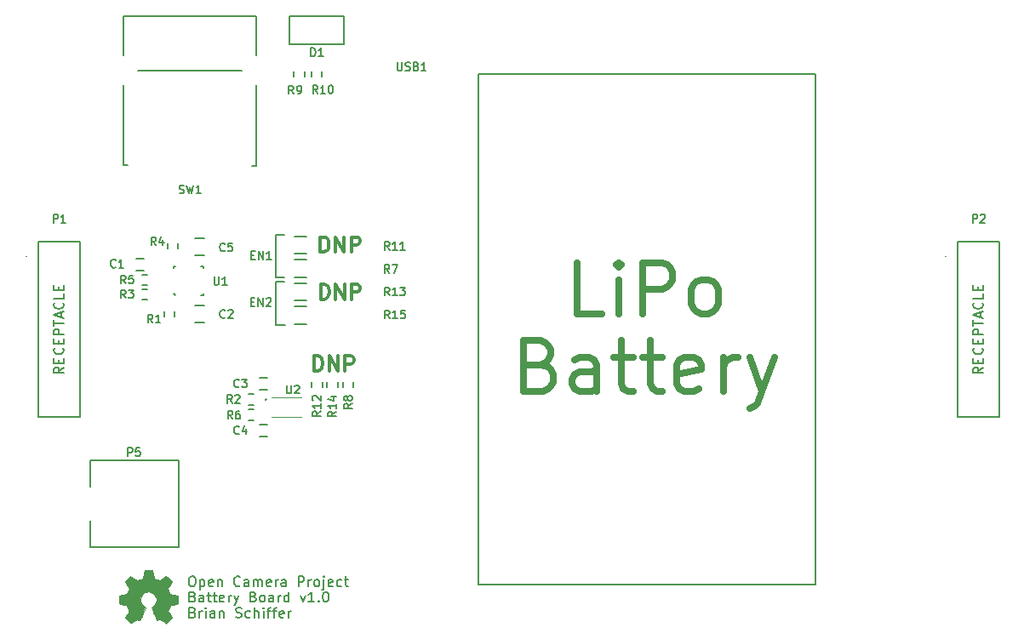
<source format=gto>
G04 #@! TF.FileFunction,Legend,Top*
%FSLAX46Y46*%
G04 Gerber Fmt 4.6, Leading zero omitted, Abs format (unit mm)*
G04 Created by KiCad (PCBNEW (2015-04-19 BZR 5613)-product) date 7/15/2015 9:57:49 PM*
%MOMM*%
G01*
G04 APERTURE LIST*
%ADD10C,0.100000*%
%ADD11C,0.300000*%
%ADD12C,0.203200*%
%ADD13C,0.127000*%
%ADD14C,0.635000*%
%ADD15C,0.152400*%
%ADD16C,0.150000*%
%ADD17C,0.200000*%
G04 APERTURE END LIST*
D10*
D11*
X119343729Y-112082971D02*
X119343729Y-110582971D01*
X119700872Y-110582971D01*
X119915157Y-110654400D01*
X120058015Y-110797257D01*
X120129443Y-110940114D01*
X120200872Y-111225829D01*
X120200872Y-111440114D01*
X120129443Y-111725829D01*
X120058015Y-111868686D01*
X119915157Y-112011543D01*
X119700872Y-112082971D01*
X119343729Y-112082971D01*
X120843729Y-112082971D02*
X120843729Y-110582971D01*
X121700872Y-112082971D01*
X121700872Y-110582971D01*
X122415158Y-112082971D02*
X122415158Y-110582971D01*
X122986586Y-110582971D01*
X123129444Y-110654400D01*
X123200872Y-110725829D01*
X123272301Y-110868686D01*
X123272301Y-111082971D01*
X123200872Y-111225829D01*
X123129444Y-111297257D01*
X122986586Y-111368686D01*
X122415158Y-111368686D01*
D12*
X115519200Y-107530900D02*
X116408200Y-107530900D01*
X115519200Y-103212900D02*
X115519200Y-107530900D01*
X116395500Y-103212900D02*
X115519200Y-103212900D01*
X115519200Y-102806500D02*
X116332000Y-102806500D01*
X115519200Y-98539300D02*
X115519200Y-102806500D01*
X116382800Y-98539300D02*
X115519200Y-98539300D01*
D13*
X113033629Y-105199543D02*
X113304562Y-105199543D01*
X113420676Y-105625295D02*
X113033629Y-105625295D01*
X113033629Y-104812495D01*
X113420676Y-104812495D01*
X113769019Y-105625295D02*
X113769019Y-104812495D01*
X114233476Y-105625295D01*
X114233476Y-104812495D01*
X114581819Y-104889905D02*
X114620524Y-104851200D01*
X114697933Y-104812495D01*
X114891457Y-104812495D01*
X114968867Y-104851200D01*
X115007571Y-104889905D01*
X115046276Y-104967314D01*
X115046276Y-105044724D01*
X115007571Y-105160838D01*
X114543114Y-105625295D01*
X115046276Y-105625295D01*
X113071729Y-100551343D02*
X113342662Y-100551343D01*
X113458776Y-100977095D02*
X113071729Y-100977095D01*
X113071729Y-100164295D01*
X113458776Y-100164295D01*
X113807119Y-100977095D02*
X113807119Y-100164295D01*
X114271576Y-100977095D01*
X114271576Y-100164295D01*
X115084376Y-100977095D02*
X114619919Y-100977095D01*
X114852148Y-100977095D02*
X114852148Y-100164295D01*
X114774738Y-100280410D01*
X114697329Y-100357819D01*
X114619919Y-100396524D01*
D11*
X119978729Y-104945571D02*
X119978729Y-103445571D01*
X120335872Y-103445571D01*
X120550157Y-103517000D01*
X120693015Y-103659857D01*
X120764443Y-103802714D01*
X120835872Y-104088429D01*
X120835872Y-104302714D01*
X120764443Y-104588429D01*
X120693015Y-104731286D01*
X120550157Y-104874143D01*
X120335872Y-104945571D01*
X119978729Y-104945571D01*
X121478729Y-104945571D02*
X121478729Y-103445571D01*
X122335872Y-104945571D01*
X122335872Y-103445571D01*
X123050158Y-104945571D02*
X123050158Y-103445571D01*
X123621586Y-103445571D01*
X123764444Y-103517000D01*
X123835872Y-103588429D01*
X123907301Y-103731286D01*
X123907301Y-103945571D01*
X123835872Y-104088429D01*
X123764444Y-104159857D01*
X123621586Y-104231286D01*
X123050158Y-104231286D01*
X119940629Y-100259271D02*
X119940629Y-98759271D01*
X120297772Y-98759271D01*
X120512057Y-98830700D01*
X120654915Y-98973557D01*
X120726343Y-99116414D01*
X120797772Y-99402129D01*
X120797772Y-99616414D01*
X120726343Y-99902129D01*
X120654915Y-100044986D01*
X120512057Y-100187843D01*
X120297772Y-100259271D01*
X119940629Y-100259271D01*
X121440629Y-100259271D02*
X121440629Y-98759271D01*
X122297772Y-100259271D01*
X122297772Y-98759271D01*
X123012058Y-100259271D02*
X123012058Y-98759271D01*
X123583486Y-98759271D01*
X123726344Y-98830700D01*
X123797772Y-98902129D01*
X123869201Y-99044986D01*
X123869201Y-99259271D01*
X123797772Y-99402129D01*
X123726344Y-99473557D01*
X123583486Y-99544986D01*
X123012058Y-99544986D01*
D14*
X147924762Y-106374595D02*
X145505715Y-106374595D01*
X145505715Y-101294595D01*
X149618096Y-106374595D02*
X149618096Y-102987929D01*
X149618096Y-101294595D02*
X149376191Y-101536500D01*
X149618096Y-101778405D01*
X149860001Y-101536500D01*
X149618096Y-101294595D01*
X149618096Y-101778405D01*
X152037144Y-106374595D02*
X152037144Y-101294595D01*
X153972382Y-101294595D01*
X154456191Y-101536500D01*
X154698096Y-101778405D01*
X154940001Y-102262214D01*
X154940001Y-102987929D01*
X154698096Y-103471738D01*
X154456191Y-103713643D01*
X153972382Y-103955548D01*
X152037144Y-103955548D01*
X157842858Y-106374595D02*
X157359049Y-106132690D01*
X157117144Y-105890786D01*
X156875239Y-105406976D01*
X156875239Y-103955548D01*
X157117144Y-103471738D01*
X157359049Y-103229833D01*
X157842858Y-102987929D01*
X158568572Y-102987929D01*
X159052382Y-103229833D01*
X159294287Y-103471738D01*
X159536191Y-103955548D01*
X159536191Y-105406976D01*
X159294287Y-105890786D01*
X159052382Y-106132690D01*
X158568572Y-106374595D01*
X157842858Y-106374595D01*
X141877143Y-111460643D02*
X142602857Y-111702548D01*
X142844762Y-111944452D01*
X143086667Y-112428262D01*
X143086667Y-113153976D01*
X142844762Y-113637786D01*
X142602857Y-113879690D01*
X142119048Y-114121595D01*
X140183810Y-114121595D01*
X140183810Y-109041595D01*
X141877143Y-109041595D01*
X142360953Y-109283500D01*
X142602857Y-109525405D01*
X142844762Y-110009214D01*
X142844762Y-110493024D01*
X142602857Y-110976833D01*
X142360953Y-111218738D01*
X141877143Y-111460643D01*
X140183810Y-111460643D01*
X147440953Y-114121595D02*
X147440953Y-111460643D01*
X147199048Y-110976833D01*
X146715238Y-110734929D01*
X145747619Y-110734929D01*
X145263810Y-110976833D01*
X147440953Y-113879690D02*
X146957143Y-114121595D01*
X145747619Y-114121595D01*
X145263810Y-113879690D01*
X145021905Y-113395881D01*
X145021905Y-112912071D01*
X145263810Y-112428262D01*
X145747619Y-112186357D01*
X146957143Y-112186357D01*
X147440953Y-111944452D01*
X149134286Y-110734929D02*
X151069524Y-110734929D01*
X149860000Y-109041595D02*
X149860000Y-113395881D01*
X150101905Y-113879690D01*
X150585714Y-114121595D01*
X151069524Y-114121595D01*
X152037143Y-110734929D02*
X153972381Y-110734929D01*
X152762857Y-109041595D02*
X152762857Y-113395881D01*
X153004762Y-113879690D01*
X153488571Y-114121595D01*
X153972381Y-114121595D01*
X157600952Y-113879690D02*
X157117142Y-114121595D01*
X156149523Y-114121595D01*
X155665714Y-113879690D01*
X155423809Y-113395881D01*
X155423809Y-111460643D01*
X155665714Y-110976833D01*
X156149523Y-110734929D01*
X157117142Y-110734929D01*
X157600952Y-110976833D01*
X157842857Y-111460643D01*
X157842857Y-111944452D01*
X155423809Y-112428262D01*
X160020000Y-114121595D02*
X160020000Y-110734929D01*
X160020000Y-111702548D02*
X160261905Y-111218738D01*
X160503809Y-110976833D01*
X160987619Y-110734929D01*
X161471428Y-110734929D01*
X162680952Y-110734929D02*
X163890476Y-114121595D01*
X165100000Y-110734929D02*
X163890476Y-114121595D01*
X163406667Y-115331119D01*
X163164762Y-115573024D01*
X162680952Y-115814929D01*
D12*
X135636000Y-82550000D02*
X135636000Y-133350000D01*
X169164000Y-133350000D02*
X135636000Y-133350000D01*
X169164000Y-82550000D02*
X169164000Y-133350000D01*
X135636000Y-82550000D02*
X169164000Y-82550000D01*
D15*
X107108571Y-132519981D02*
X107299048Y-132519981D01*
X107394286Y-132567600D01*
X107489524Y-132662838D01*
X107537143Y-132853314D01*
X107537143Y-133186648D01*
X107489524Y-133377124D01*
X107394286Y-133472362D01*
X107299048Y-133519981D01*
X107108571Y-133519981D01*
X107013333Y-133472362D01*
X106918095Y-133377124D01*
X106870476Y-133186648D01*
X106870476Y-132853314D01*
X106918095Y-132662838D01*
X107013333Y-132567600D01*
X107108571Y-132519981D01*
X107965714Y-132853314D02*
X107965714Y-133853314D01*
X107965714Y-132900933D02*
X108060952Y-132853314D01*
X108251429Y-132853314D01*
X108346667Y-132900933D01*
X108394286Y-132948552D01*
X108441905Y-133043790D01*
X108441905Y-133329505D01*
X108394286Y-133424743D01*
X108346667Y-133472362D01*
X108251429Y-133519981D01*
X108060952Y-133519981D01*
X107965714Y-133472362D01*
X109251429Y-133472362D02*
X109156191Y-133519981D01*
X108965714Y-133519981D01*
X108870476Y-133472362D01*
X108822857Y-133377124D01*
X108822857Y-132996171D01*
X108870476Y-132900933D01*
X108965714Y-132853314D01*
X109156191Y-132853314D01*
X109251429Y-132900933D01*
X109299048Y-132996171D01*
X109299048Y-133091410D01*
X108822857Y-133186648D01*
X109727619Y-132853314D02*
X109727619Y-133519981D01*
X109727619Y-132948552D02*
X109775238Y-132900933D01*
X109870476Y-132853314D01*
X110013334Y-132853314D01*
X110108572Y-132900933D01*
X110156191Y-132996171D01*
X110156191Y-133519981D01*
X111965715Y-133424743D02*
X111918096Y-133472362D01*
X111775239Y-133519981D01*
X111680001Y-133519981D01*
X111537143Y-133472362D01*
X111441905Y-133377124D01*
X111394286Y-133281886D01*
X111346667Y-133091410D01*
X111346667Y-132948552D01*
X111394286Y-132758076D01*
X111441905Y-132662838D01*
X111537143Y-132567600D01*
X111680001Y-132519981D01*
X111775239Y-132519981D01*
X111918096Y-132567600D01*
X111965715Y-132615219D01*
X112822858Y-133519981D02*
X112822858Y-132996171D01*
X112775239Y-132900933D01*
X112680001Y-132853314D01*
X112489524Y-132853314D01*
X112394286Y-132900933D01*
X112822858Y-133472362D02*
X112727620Y-133519981D01*
X112489524Y-133519981D01*
X112394286Y-133472362D01*
X112346667Y-133377124D01*
X112346667Y-133281886D01*
X112394286Y-133186648D01*
X112489524Y-133139029D01*
X112727620Y-133139029D01*
X112822858Y-133091410D01*
X113299048Y-133519981D02*
X113299048Y-132853314D01*
X113299048Y-132948552D02*
X113346667Y-132900933D01*
X113441905Y-132853314D01*
X113584763Y-132853314D01*
X113680001Y-132900933D01*
X113727620Y-132996171D01*
X113727620Y-133519981D01*
X113727620Y-132996171D02*
X113775239Y-132900933D01*
X113870477Y-132853314D01*
X114013334Y-132853314D01*
X114108572Y-132900933D01*
X114156191Y-132996171D01*
X114156191Y-133519981D01*
X115013334Y-133472362D02*
X114918096Y-133519981D01*
X114727619Y-133519981D01*
X114632381Y-133472362D01*
X114584762Y-133377124D01*
X114584762Y-132996171D01*
X114632381Y-132900933D01*
X114727619Y-132853314D01*
X114918096Y-132853314D01*
X115013334Y-132900933D01*
X115060953Y-132996171D01*
X115060953Y-133091410D01*
X114584762Y-133186648D01*
X115489524Y-133519981D02*
X115489524Y-132853314D01*
X115489524Y-133043790D02*
X115537143Y-132948552D01*
X115584762Y-132900933D01*
X115680000Y-132853314D01*
X115775239Y-132853314D01*
X116537144Y-133519981D02*
X116537144Y-132996171D01*
X116489525Y-132900933D01*
X116394287Y-132853314D01*
X116203810Y-132853314D01*
X116108572Y-132900933D01*
X116537144Y-133472362D02*
X116441906Y-133519981D01*
X116203810Y-133519981D01*
X116108572Y-133472362D01*
X116060953Y-133377124D01*
X116060953Y-133281886D01*
X116108572Y-133186648D01*
X116203810Y-133139029D01*
X116441906Y-133139029D01*
X116537144Y-133091410D01*
X117775239Y-133519981D02*
X117775239Y-132519981D01*
X118156192Y-132519981D01*
X118251430Y-132567600D01*
X118299049Y-132615219D01*
X118346668Y-132710457D01*
X118346668Y-132853314D01*
X118299049Y-132948552D01*
X118251430Y-132996171D01*
X118156192Y-133043790D01*
X117775239Y-133043790D01*
X118775239Y-133519981D02*
X118775239Y-132853314D01*
X118775239Y-133043790D02*
X118822858Y-132948552D01*
X118870477Y-132900933D01*
X118965715Y-132853314D01*
X119060954Y-132853314D01*
X119537144Y-133519981D02*
X119441906Y-133472362D01*
X119394287Y-133424743D01*
X119346668Y-133329505D01*
X119346668Y-133043790D01*
X119394287Y-132948552D01*
X119441906Y-132900933D01*
X119537144Y-132853314D01*
X119680002Y-132853314D01*
X119775240Y-132900933D01*
X119822859Y-132948552D01*
X119870478Y-133043790D01*
X119870478Y-133329505D01*
X119822859Y-133424743D01*
X119775240Y-133472362D01*
X119680002Y-133519981D01*
X119537144Y-133519981D01*
X120299049Y-132853314D02*
X120299049Y-133710457D01*
X120251430Y-133805695D01*
X120156192Y-133853314D01*
X120108573Y-133853314D01*
X120299049Y-132519981D02*
X120251430Y-132567600D01*
X120299049Y-132615219D01*
X120346668Y-132567600D01*
X120299049Y-132519981D01*
X120299049Y-132615219D01*
X121156192Y-133472362D02*
X121060954Y-133519981D01*
X120870477Y-133519981D01*
X120775239Y-133472362D01*
X120727620Y-133377124D01*
X120727620Y-132996171D01*
X120775239Y-132900933D01*
X120870477Y-132853314D01*
X121060954Y-132853314D01*
X121156192Y-132900933D01*
X121203811Y-132996171D01*
X121203811Y-133091410D01*
X120727620Y-133186648D01*
X122060954Y-133472362D02*
X121965716Y-133519981D01*
X121775239Y-133519981D01*
X121680001Y-133472362D01*
X121632382Y-133424743D01*
X121584763Y-133329505D01*
X121584763Y-133043790D01*
X121632382Y-132948552D01*
X121680001Y-132900933D01*
X121775239Y-132853314D01*
X121965716Y-132853314D01*
X122060954Y-132900933D01*
X122346668Y-132853314D02*
X122727620Y-132853314D01*
X122489525Y-132519981D02*
X122489525Y-133377124D01*
X122537144Y-133472362D01*
X122632382Y-133519981D01*
X122727620Y-133519981D01*
X107251429Y-134548571D02*
X107394286Y-134596190D01*
X107441905Y-134643810D01*
X107489524Y-134739048D01*
X107489524Y-134881905D01*
X107441905Y-134977143D01*
X107394286Y-135024762D01*
X107299048Y-135072381D01*
X106918095Y-135072381D01*
X106918095Y-134072381D01*
X107251429Y-134072381D01*
X107346667Y-134120000D01*
X107394286Y-134167619D01*
X107441905Y-134262857D01*
X107441905Y-134358095D01*
X107394286Y-134453333D01*
X107346667Y-134500952D01*
X107251429Y-134548571D01*
X106918095Y-134548571D01*
X108346667Y-135072381D02*
X108346667Y-134548571D01*
X108299048Y-134453333D01*
X108203810Y-134405714D01*
X108013333Y-134405714D01*
X107918095Y-134453333D01*
X108346667Y-135024762D02*
X108251429Y-135072381D01*
X108013333Y-135072381D01*
X107918095Y-135024762D01*
X107870476Y-134929524D01*
X107870476Y-134834286D01*
X107918095Y-134739048D01*
X108013333Y-134691429D01*
X108251429Y-134691429D01*
X108346667Y-134643810D01*
X108680000Y-134405714D02*
X109060952Y-134405714D01*
X108822857Y-134072381D02*
X108822857Y-134929524D01*
X108870476Y-135024762D01*
X108965714Y-135072381D01*
X109060952Y-135072381D01*
X109251429Y-134405714D02*
X109632381Y-134405714D01*
X109394286Y-134072381D02*
X109394286Y-134929524D01*
X109441905Y-135024762D01*
X109537143Y-135072381D01*
X109632381Y-135072381D01*
X110346668Y-135024762D02*
X110251430Y-135072381D01*
X110060953Y-135072381D01*
X109965715Y-135024762D01*
X109918096Y-134929524D01*
X109918096Y-134548571D01*
X109965715Y-134453333D01*
X110060953Y-134405714D01*
X110251430Y-134405714D01*
X110346668Y-134453333D01*
X110394287Y-134548571D01*
X110394287Y-134643810D01*
X109918096Y-134739048D01*
X110822858Y-135072381D02*
X110822858Y-134405714D01*
X110822858Y-134596190D02*
X110870477Y-134500952D01*
X110918096Y-134453333D01*
X111013334Y-134405714D01*
X111108573Y-134405714D01*
X111346668Y-134405714D02*
X111584763Y-135072381D01*
X111822859Y-134405714D02*
X111584763Y-135072381D01*
X111489525Y-135310476D01*
X111441906Y-135358095D01*
X111346668Y-135405714D01*
X113299050Y-134548571D02*
X113441907Y-134596190D01*
X113489526Y-134643810D01*
X113537145Y-134739048D01*
X113537145Y-134881905D01*
X113489526Y-134977143D01*
X113441907Y-135024762D01*
X113346669Y-135072381D01*
X112965716Y-135072381D01*
X112965716Y-134072381D01*
X113299050Y-134072381D01*
X113394288Y-134120000D01*
X113441907Y-134167619D01*
X113489526Y-134262857D01*
X113489526Y-134358095D01*
X113441907Y-134453333D01*
X113394288Y-134500952D01*
X113299050Y-134548571D01*
X112965716Y-134548571D01*
X114108573Y-135072381D02*
X114013335Y-135024762D01*
X113965716Y-134977143D01*
X113918097Y-134881905D01*
X113918097Y-134596190D01*
X113965716Y-134500952D01*
X114013335Y-134453333D01*
X114108573Y-134405714D01*
X114251431Y-134405714D01*
X114346669Y-134453333D01*
X114394288Y-134500952D01*
X114441907Y-134596190D01*
X114441907Y-134881905D01*
X114394288Y-134977143D01*
X114346669Y-135024762D01*
X114251431Y-135072381D01*
X114108573Y-135072381D01*
X115299050Y-135072381D02*
X115299050Y-134548571D01*
X115251431Y-134453333D01*
X115156193Y-134405714D01*
X114965716Y-134405714D01*
X114870478Y-134453333D01*
X115299050Y-135024762D02*
X115203812Y-135072381D01*
X114965716Y-135072381D01*
X114870478Y-135024762D01*
X114822859Y-134929524D01*
X114822859Y-134834286D01*
X114870478Y-134739048D01*
X114965716Y-134691429D01*
X115203812Y-134691429D01*
X115299050Y-134643810D01*
X115775240Y-135072381D02*
X115775240Y-134405714D01*
X115775240Y-134596190D02*
X115822859Y-134500952D01*
X115870478Y-134453333D01*
X115965716Y-134405714D01*
X116060955Y-134405714D01*
X116822860Y-135072381D02*
X116822860Y-134072381D01*
X116822860Y-135024762D02*
X116727622Y-135072381D01*
X116537145Y-135072381D01*
X116441907Y-135024762D01*
X116394288Y-134977143D01*
X116346669Y-134881905D01*
X116346669Y-134596190D01*
X116394288Y-134500952D01*
X116441907Y-134453333D01*
X116537145Y-134405714D01*
X116727622Y-134405714D01*
X116822860Y-134453333D01*
X117965717Y-134405714D02*
X118203812Y-135072381D01*
X118441908Y-134405714D01*
X119346670Y-135072381D02*
X118775241Y-135072381D01*
X119060955Y-135072381D02*
X119060955Y-134072381D01*
X118965717Y-134215238D01*
X118870479Y-134310476D01*
X118775241Y-134358095D01*
X119775241Y-134977143D02*
X119822860Y-135024762D01*
X119775241Y-135072381D01*
X119727622Y-135024762D01*
X119775241Y-134977143D01*
X119775241Y-135072381D01*
X120441907Y-134072381D02*
X120537146Y-134072381D01*
X120632384Y-134120000D01*
X120680003Y-134167619D01*
X120727622Y-134262857D01*
X120775241Y-134453333D01*
X120775241Y-134691429D01*
X120727622Y-134881905D01*
X120680003Y-134977143D01*
X120632384Y-135024762D01*
X120537146Y-135072381D01*
X120441907Y-135072381D01*
X120346669Y-135024762D01*
X120299050Y-134977143D01*
X120251431Y-134881905D01*
X120203812Y-134691429D01*
X120203812Y-134453333D01*
X120251431Y-134262857D01*
X120299050Y-134167619D01*
X120346669Y-134120000D01*
X120441907Y-134072381D01*
X107251429Y-136100971D02*
X107394286Y-136148590D01*
X107441905Y-136196210D01*
X107489524Y-136291448D01*
X107489524Y-136434305D01*
X107441905Y-136529543D01*
X107394286Y-136577162D01*
X107299048Y-136624781D01*
X106918095Y-136624781D01*
X106918095Y-135624781D01*
X107251429Y-135624781D01*
X107346667Y-135672400D01*
X107394286Y-135720019D01*
X107441905Y-135815257D01*
X107441905Y-135910495D01*
X107394286Y-136005733D01*
X107346667Y-136053352D01*
X107251429Y-136100971D01*
X106918095Y-136100971D01*
X107918095Y-136624781D02*
X107918095Y-135958114D01*
X107918095Y-136148590D02*
X107965714Y-136053352D01*
X108013333Y-136005733D01*
X108108571Y-135958114D01*
X108203810Y-135958114D01*
X108537143Y-136624781D02*
X108537143Y-135958114D01*
X108537143Y-135624781D02*
X108489524Y-135672400D01*
X108537143Y-135720019D01*
X108584762Y-135672400D01*
X108537143Y-135624781D01*
X108537143Y-135720019D01*
X109441905Y-136624781D02*
X109441905Y-136100971D01*
X109394286Y-136005733D01*
X109299048Y-135958114D01*
X109108571Y-135958114D01*
X109013333Y-136005733D01*
X109441905Y-136577162D02*
X109346667Y-136624781D01*
X109108571Y-136624781D01*
X109013333Y-136577162D01*
X108965714Y-136481924D01*
X108965714Y-136386686D01*
X109013333Y-136291448D01*
X109108571Y-136243829D01*
X109346667Y-136243829D01*
X109441905Y-136196210D01*
X109918095Y-135958114D02*
X109918095Y-136624781D01*
X109918095Y-136053352D02*
X109965714Y-136005733D01*
X110060952Y-135958114D01*
X110203810Y-135958114D01*
X110299048Y-136005733D01*
X110346667Y-136100971D01*
X110346667Y-136624781D01*
X111537143Y-136577162D02*
X111680000Y-136624781D01*
X111918096Y-136624781D01*
X112013334Y-136577162D01*
X112060953Y-136529543D01*
X112108572Y-136434305D01*
X112108572Y-136339067D01*
X112060953Y-136243829D01*
X112013334Y-136196210D01*
X111918096Y-136148590D01*
X111727619Y-136100971D01*
X111632381Y-136053352D01*
X111584762Y-136005733D01*
X111537143Y-135910495D01*
X111537143Y-135815257D01*
X111584762Y-135720019D01*
X111632381Y-135672400D01*
X111727619Y-135624781D01*
X111965715Y-135624781D01*
X112108572Y-135672400D01*
X112965715Y-136577162D02*
X112870477Y-136624781D01*
X112680000Y-136624781D01*
X112584762Y-136577162D01*
X112537143Y-136529543D01*
X112489524Y-136434305D01*
X112489524Y-136148590D01*
X112537143Y-136053352D01*
X112584762Y-136005733D01*
X112680000Y-135958114D01*
X112870477Y-135958114D01*
X112965715Y-136005733D01*
X113394286Y-136624781D02*
X113394286Y-135624781D01*
X113822858Y-136624781D02*
X113822858Y-136100971D01*
X113775239Y-136005733D01*
X113680001Y-135958114D01*
X113537143Y-135958114D01*
X113441905Y-136005733D01*
X113394286Y-136053352D01*
X114299048Y-136624781D02*
X114299048Y-135958114D01*
X114299048Y-135624781D02*
X114251429Y-135672400D01*
X114299048Y-135720019D01*
X114346667Y-135672400D01*
X114299048Y-135624781D01*
X114299048Y-135720019D01*
X114632381Y-135958114D02*
X115013333Y-135958114D01*
X114775238Y-136624781D02*
X114775238Y-135767638D01*
X114822857Y-135672400D01*
X114918095Y-135624781D01*
X115013333Y-135624781D01*
X115203810Y-135958114D02*
X115584762Y-135958114D01*
X115346667Y-136624781D02*
X115346667Y-135767638D01*
X115394286Y-135672400D01*
X115489524Y-135624781D01*
X115584762Y-135624781D01*
X116299049Y-136577162D02*
X116203811Y-136624781D01*
X116013334Y-136624781D01*
X115918096Y-136577162D01*
X115870477Y-136481924D01*
X115870477Y-136100971D01*
X115918096Y-136005733D01*
X116013334Y-135958114D01*
X116203811Y-135958114D01*
X116299049Y-136005733D01*
X116346668Y-136100971D01*
X116346668Y-136196210D01*
X115870477Y-136291448D01*
X116775239Y-136624781D02*
X116775239Y-135958114D01*
X116775239Y-136148590D02*
X116822858Y-136053352D01*
X116870477Y-136005733D01*
X116965715Y-135958114D01*
X117060954Y-135958114D01*
D10*
G36*
X105789555Y-135096100D02*
X105780354Y-135174634D01*
X105754819Y-135227121D01*
X105706363Y-135261309D01*
X105628402Y-135284949D01*
X105514349Y-135305790D01*
X105359200Y-135331312D01*
X105237677Y-135353158D01*
X105134825Y-135373670D01*
X105060770Y-135390684D01*
X105025638Y-135402036D01*
X105024588Y-135402841D01*
X105007074Y-135434497D01*
X104977083Y-135501836D01*
X104939361Y-135592748D01*
X104898654Y-135695124D01*
X104859706Y-135796854D01*
X104827262Y-135885830D01*
X104806069Y-135949943D01*
X104800400Y-135974952D01*
X104814187Y-136006828D01*
X104852062Y-136071764D01*
X104908796Y-136161336D01*
X104979159Y-136267118D01*
X105006856Y-136307599D01*
X105213313Y-136607116D01*
X104920809Y-136899619D01*
X104628306Y-137192123D01*
X104321472Y-136981586D01*
X104014638Y-136771048D01*
X103864432Y-136851107D01*
X103778029Y-136893881D01*
X103724670Y-136910928D01*
X103695191Y-136904793D01*
X103690168Y-136899533D01*
X103671609Y-136864407D01*
X103638084Y-136790568D01*
X103592754Y-136685783D01*
X103538776Y-136557820D01*
X103479308Y-136414447D01*
X103417509Y-136263431D01*
X103356538Y-136112538D01*
X103299553Y-135969538D01*
X103249713Y-135842196D01*
X103210175Y-135738281D01*
X103184098Y-135665560D01*
X103174641Y-135631801D01*
X103174641Y-135631721D01*
X103194796Y-135592177D01*
X103244626Y-135546929D01*
X103260619Y-135536303D01*
X103412238Y-135415275D01*
X103529737Y-135265108D01*
X103609813Y-135094467D01*
X103649163Y-134912019D01*
X103644485Y-134726431D01*
X103615353Y-134605474D01*
X103528139Y-134416864D01*
X103407186Y-134265527D01*
X103255373Y-134153527D01*
X103075580Y-134082930D01*
X102870685Y-134055798D01*
X102848220Y-134055555D01*
X102737644Y-134059016D01*
X102652435Y-134073428D01*
X102567459Y-134104835D01*
X102493165Y-134140927D01*
X102327444Y-134252177D01*
X102198800Y-134394963D01*
X102110664Y-134563083D01*
X102066471Y-134750330D01*
X102065451Y-134914031D01*
X102094783Y-135072616D01*
X102154620Y-135215336D01*
X102250111Y-135350089D01*
X102386402Y-135484772D01*
X102494693Y-135572500D01*
X102561199Y-135623300D01*
X102323022Y-136194800D01*
X102254489Y-136358811D01*
X102190378Y-136511435D01*
X102133930Y-136645016D01*
X102088389Y-136751898D01*
X102056997Y-136824426D01*
X102045813Y-136849311D01*
X102006781Y-136932323D01*
X101850500Y-136853433D01*
X101694219Y-136774543D01*
X101393957Y-136979971D01*
X101286491Y-137053152D01*
X101194958Y-137114831D01*
X101127007Y-137159905D01*
X101090285Y-137183272D01*
X101086082Y-137185400D01*
X101066531Y-137168365D01*
X101017383Y-137121280D01*
X100944805Y-137050170D01*
X100854965Y-136961061D01*
X100789578Y-136895685D01*
X100500686Y-136605971D01*
X100695565Y-136324119D01*
X100768737Y-136217079D01*
X100831660Y-136122758D01*
X100878447Y-136050146D01*
X100903212Y-136008232D01*
X100905077Y-136004136D01*
X100900939Y-135970045D01*
X100881712Y-135900702D01*
X100851628Y-135807836D01*
X100814920Y-135703176D01*
X100775821Y-135598452D01*
X100738563Y-135505394D01*
X100707378Y-135435731D01*
X100688101Y-135402841D01*
X100658597Y-135392250D01*
X100588984Y-135375765D01*
X100489310Y-135355547D01*
X100369622Y-135333757D01*
X100355400Y-135331312D01*
X100199534Y-135305631D01*
X100086196Y-135284799D01*
X100008678Y-135261152D01*
X99960270Y-135227024D01*
X99934266Y-135174753D01*
X99923958Y-135096673D01*
X99922638Y-134985120D01*
X99923600Y-134837943D01*
X99924769Y-134702062D01*
X99927995Y-134585021D01*
X99932854Y-134495810D01*
X99938923Y-134443424D01*
X99942650Y-134433549D01*
X99973175Y-134425002D01*
X100044357Y-134409320D01*
X100146869Y-134388435D01*
X100271383Y-134364282D01*
X100330000Y-134353255D01*
X100461232Y-134327132D01*
X100574426Y-134301458D01*
X100660245Y-134278594D01*
X100709352Y-134260899D01*
X100716863Y-134255454D01*
X100733992Y-134221053D01*
X100765743Y-134150910D01*
X100807156Y-134056160D01*
X100841678Y-133975391D01*
X100895273Y-133840561D01*
X100923773Y-133748134D01*
X100927619Y-133696597D01*
X100924714Y-133689826D01*
X100902433Y-133657009D01*
X100857393Y-133590995D01*
X100795545Y-133500496D01*
X100722841Y-133394223D01*
X100700188Y-133361131D01*
X100498876Y-133067093D01*
X100789778Y-132776191D01*
X101080680Y-132485289D01*
X101415057Y-132714856D01*
X101749434Y-132944422D01*
X102011267Y-132837183D01*
X102117795Y-132792390D01*
X102206040Y-132753097D01*
X102265848Y-132723967D01*
X102286725Y-132710700D01*
X102295920Y-132680203D01*
X102312255Y-132608867D01*
X102333787Y-132505836D01*
X102358570Y-132380252D01*
X102372012Y-132309527D01*
X102443672Y-131927600D01*
X102856551Y-131927600D01*
X103269430Y-131927600D01*
X103338619Y-132302250D01*
X103363161Y-132434796D01*
X103384555Y-132549694D01*
X103401057Y-132637635D01*
X103410927Y-132689308D01*
X103412779Y-132698425D01*
X103436884Y-132716035D01*
X103498682Y-132747770D01*
X103588641Y-132789030D01*
X103690373Y-132832393D01*
X103962996Y-132944835D01*
X104298056Y-132714925D01*
X104633117Y-132485016D01*
X104920276Y-132771360D01*
X105017015Y-132869978D01*
X105098576Y-132957255D01*
X105159089Y-133026572D01*
X105192684Y-133071309D01*
X105197392Y-133083879D01*
X105179950Y-133113249D01*
X105138923Y-133175995D01*
X105079828Y-133263857D01*
X105008181Y-133368572D01*
X104981174Y-133407655D01*
X104907289Y-133515852D01*
X104845129Y-133609831D01*
X104799914Y-133681467D01*
X104776865Y-133722638D01*
X104775000Y-133728446D01*
X104784457Y-133759902D01*
X104810109Y-133827530D01*
X104847875Y-133920922D01*
X104887125Y-134014367D01*
X104999250Y-134277100D01*
X105287175Y-134333618D01*
X105413519Y-134358404D01*
X105531917Y-134381603D01*
X105627356Y-134400277D01*
X105676700Y-134409905D01*
X105778300Y-134429674D01*
X105785296Y-134829887D01*
X105789007Y-134983767D01*
X105789555Y-135096100D01*
X105789555Y-135096100D01*
X105789555Y-135096100D01*
G37*
X105789555Y-135096100D02*
X105780354Y-135174634D01*
X105754819Y-135227121D01*
X105706363Y-135261309D01*
X105628402Y-135284949D01*
X105514349Y-135305790D01*
X105359200Y-135331312D01*
X105237677Y-135353158D01*
X105134825Y-135373670D01*
X105060770Y-135390684D01*
X105025638Y-135402036D01*
X105024588Y-135402841D01*
X105007074Y-135434497D01*
X104977083Y-135501836D01*
X104939361Y-135592748D01*
X104898654Y-135695124D01*
X104859706Y-135796854D01*
X104827262Y-135885830D01*
X104806069Y-135949943D01*
X104800400Y-135974952D01*
X104814187Y-136006828D01*
X104852062Y-136071764D01*
X104908796Y-136161336D01*
X104979159Y-136267118D01*
X105006856Y-136307599D01*
X105213313Y-136607116D01*
X104920809Y-136899619D01*
X104628306Y-137192123D01*
X104321472Y-136981586D01*
X104014638Y-136771048D01*
X103864432Y-136851107D01*
X103778029Y-136893881D01*
X103724670Y-136910928D01*
X103695191Y-136904793D01*
X103690168Y-136899533D01*
X103671609Y-136864407D01*
X103638084Y-136790568D01*
X103592754Y-136685783D01*
X103538776Y-136557820D01*
X103479308Y-136414447D01*
X103417509Y-136263431D01*
X103356538Y-136112538D01*
X103299553Y-135969538D01*
X103249713Y-135842196D01*
X103210175Y-135738281D01*
X103184098Y-135665560D01*
X103174641Y-135631801D01*
X103174641Y-135631721D01*
X103194796Y-135592177D01*
X103244626Y-135546929D01*
X103260619Y-135536303D01*
X103412238Y-135415275D01*
X103529737Y-135265108D01*
X103609813Y-135094467D01*
X103649163Y-134912019D01*
X103644485Y-134726431D01*
X103615353Y-134605474D01*
X103528139Y-134416864D01*
X103407186Y-134265527D01*
X103255373Y-134153527D01*
X103075580Y-134082930D01*
X102870685Y-134055798D01*
X102848220Y-134055555D01*
X102737644Y-134059016D01*
X102652435Y-134073428D01*
X102567459Y-134104835D01*
X102493165Y-134140927D01*
X102327444Y-134252177D01*
X102198800Y-134394963D01*
X102110664Y-134563083D01*
X102066471Y-134750330D01*
X102065451Y-134914031D01*
X102094783Y-135072616D01*
X102154620Y-135215336D01*
X102250111Y-135350089D01*
X102386402Y-135484772D01*
X102494693Y-135572500D01*
X102561199Y-135623300D01*
X102323022Y-136194800D01*
X102254489Y-136358811D01*
X102190378Y-136511435D01*
X102133930Y-136645016D01*
X102088389Y-136751898D01*
X102056997Y-136824426D01*
X102045813Y-136849311D01*
X102006781Y-136932323D01*
X101850500Y-136853433D01*
X101694219Y-136774543D01*
X101393957Y-136979971D01*
X101286491Y-137053152D01*
X101194958Y-137114831D01*
X101127007Y-137159905D01*
X101090285Y-137183272D01*
X101086082Y-137185400D01*
X101066531Y-137168365D01*
X101017383Y-137121280D01*
X100944805Y-137050170D01*
X100854965Y-136961061D01*
X100789578Y-136895685D01*
X100500686Y-136605971D01*
X100695565Y-136324119D01*
X100768737Y-136217079D01*
X100831660Y-136122758D01*
X100878447Y-136050146D01*
X100903212Y-136008232D01*
X100905077Y-136004136D01*
X100900939Y-135970045D01*
X100881712Y-135900702D01*
X100851628Y-135807836D01*
X100814920Y-135703176D01*
X100775821Y-135598452D01*
X100738563Y-135505394D01*
X100707378Y-135435731D01*
X100688101Y-135402841D01*
X100658597Y-135392250D01*
X100588984Y-135375765D01*
X100489310Y-135355547D01*
X100369622Y-135333757D01*
X100355400Y-135331312D01*
X100199534Y-135305631D01*
X100086196Y-135284799D01*
X100008678Y-135261152D01*
X99960270Y-135227024D01*
X99934266Y-135174753D01*
X99923958Y-135096673D01*
X99922638Y-134985120D01*
X99923600Y-134837943D01*
X99924769Y-134702062D01*
X99927995Y-134585021D01*
X99932854Y-134495810D01*
X99938923Y-134443424D01*
X99942650Y-134433549D01*
X99973175Y-134425002D01*
X100044357Y-134409320D01*
X100146869Y-134388435D01*
X100271383Y-134364282D01*
X100330000Y-134353255D01*
X100461232Y-134327132D01*
X100574426Y-134301458D01*
X100660245Y-134278594D01*
X100709352Y-134260899D01*
X100716863Y-134255454D01*
X100733992Y-134221053D01*
X100765743Y-134150910D01*
X100807156Y-134056160D01*
X100841678Y-133975391D01*
X100895273Y-133840561D01*
X100923773Y-133748134D01*
X100927619Y-133696597D01*
X100924714Y-133689826D01*
X100902433Y-133657009D01*
X100857393Y-133590995D01*
X100795545Y-133500496D01*
X100722841Y-133394223D01*
X100700188Y-133361131D01*
X100498876Y-133067093D01*
X100789778Y-132776191D01*
X101080680Y-132485289D01*
X101415057Y-132714856D01*
X101749434Y-132944422D01*
X102011267Y-132837183D01*
X102117795Y-132792390D01*
X102206040Y-132753097D01*
X102265848Y-132723967D01*
X102286725Y-132710700D01*
X102295920Y-132680203D01*
X102312255Y-132608867D01*
X102333787Y-132505836D01*
X102358570Y-132380252D01*
X102372012Y-132309527D01*
X102443672Y-131927600D01*
X102856551Y-131927600D01*
X103269430Y-131927600D01*
X103338619Y-132302250D01*
X103363161Y-132434796D01*
X103384555Y-132549694D01*
X103401057Y-132637635D01*
X103410927Y-132689308D01*
X103412779Y-132698425D01*
X103436884Y-132716035D01*
X103498682Y-132747770D01*
X103588641Y-132789030D01*
X103690373Y-132832393D01*
X103962996Y-132944835D01*
X104298056Y-132714925D01*
X104633117Y-132485016D01*
X104920276Y-132771360D01*
X105017015Y-132869978D01*
X105098576Y-132957255D01*
X105159089Y-133026572D01*
X105192684Y-133071309D01*
X105197392Y-133083879D01*
X105179950Y-133113249D01*
X105138923Y-133175995D01*
X105079828Y-133263857D01*
X105008181Y-133368572D01*
X104981174Y-133407655D01*
X104907289Y-133515852D01*
X104845129Y-133609831D01*
X104799914Y-133681467D01*
X104776865Y-133722638D01*
X104775000Y-133728446D01*
X104784457Y-133759902D01*
X104810109Y-133827530D01*
X104847875Y-133920922D01*
X104887125Y-134014367D01*
X104999250Y-134277100D01*
X105287175Y-134333618D01*
X105413519Y-134358404D01*
X105531917Y-134381603D01*
X105627356Y-134400277D01*
X105676700Y-134409905D01*
X105778300Y-134429674D01*
X105785296Y-134829887D01*
X105789007Y-134983767D01*
X105789555Y-135096100D01*
X105789555Y-135096100D01*
D16*
X90693852Y-100690000D02*
G75*
G03X90693852Y-100690000I-53852J0D01*
G01*
X91930000Y-99250000D02*
X96030000Y-99250000D01*
X96030000Y-99250000D02*
X96030000Y-116650000D01*
X96030000Y-116650000D02*
X91930000Y-116650000D01*
X91930000Y-116650000D02*
X91930000Y-99250000D01*
X182133852Y-100690000D02*
G75*
G03X182133852Y-100690000I-53852J0D01*
G01*
X183370000Y-99250000D02*
X187470000Y-99250000D01*
X187470000Y-99250000D02*
X187470000Y-116650000D01*
X187470000Y-116650000D02*
X183370000Y-116650000D01*
X183370000Y-116650000D02*
X183370000Y-99250000D01*
X102369100Y-102073000D02*
X101669100Y-102073000D01*
X101669100Y-100873000D02*
X102369100Y-100873000D01*
X108443650Y-105582350D02*
X107443650Y-105582350D01*
X107443650Y-107282350D02*
X108443650Y-107282350D01*
X113950000Y-112734800D02*
X114650000Y-112734800D01*
X114650000Y-113934800D02*
X113950000Y-113934800D01*
X113950000Y-117408400D02*
X114650000Y-117408400D01*
X114650000Y-118608400D02*
X113950000Y-118608400D01*
X108443650Y-98864050D02*
X107443650Y-98864050D01*
X107443650Y-100564050D02*
X108443650Y-100564050D01*
D17*
X116883200Y-76795500D02*
X122283200Y-76805500D01*
X122283200Y-76805500D02*
X122273200Y-79595500D01*
X122273200Y-79595500D02*
X116883200Y-79595500D01*
X116883200Y-79595500D02*
X116883200Y-76795500D01*
X116883200Y-76795500D02*
X116893200Y-76805500D01*
X97087600Y-121010900D02*
X97087600Y-123610900D01*
X97087600Y-127020900D02*
X97087600Y-129600900D01*
X97087600Y-129600900D02*
X105887600Y-129600900D01*
X105887600Y-129600900D02*
X105887600Y-121000900D01*
X105887600Y-121000900D02*
X97087600Y-121000900D01*
D16*
X104389700Y-106137900D02*
X104389700Y-106637900D01*
X105439700Y-106637900D02*
X105439700Y-106137900D01*
X113343500Y-114410000D02*
X112843500Y-114410000D01*
X112843500Y-115460000D02*
X113343500Y-115460000D01*
X102239000Y-104982500D02*
X102739000Y-104982500D01*
X102739000Y-103932500D02*
X102239000Y-103932500D01*
X113343500Y-115921300D02*
X112843500Y-115921300D01*
X112843500Y-116971300D02*
X113343500Y-116971300D01*
X117395700Y-101004400D02*
X118595700Y-101004400D01*
X118595700Y-102754400D02*
X117395700Y-102754400D01*
X117305600Y-82300000D02*
X117305600Y-82800000D01*
X118355600Y-82800000D02*
X118355600Y-82300000D01*
X119058200Y-82300000D02*
X119058200Y-82800000D01*
X120108200Y-82800000D02*
X120108200Y-82300000D01*
X117395700Y-98667600D02*
X118595700Y-98667600D01*
X118595700Y-100417600D02*
X117395700Y-100417600D01*
X117395700Y-103341200D02*
X118595700Y-103341200D01*
X118595700Y-105091200D02*
X117395700Y-105091200D01*
X117395700Y-105652600D02*
X118595700Y-105652600D01*
X118595700Y-107402600D02*
X117395700Y-107402600D01*
D17*
X100384800Y-80698800D02*
X100384800Y-76798800D01*
X100384800Y-76798800D02*
X113584800Y-76798800D01*
X113584800Y-76798800D02*
X113584800Y-80698800D01*
X101834800Y-82158800D02*
X112134800Y-82158800D01*
X113584800Y-91683800D02*
X113584800Y-83598800D01*
X113584800Y-91683800D02*
X113134800Y-91683800D01*
X100824800Y-91638800D02*
X100384800Y-91638800D01*
X100384800Y-91638800D02*
X100384800Y-83598800D01*
X105563350Y-104592650D02*
X105338350Y-104367650D01*
X105338350Y-101867650D02*
X105338350Y-101642650D01*
X105338350Y-101642650D02*
X105563350Y-101642650D01*
X108288350Y-104367650D02*
X108288350Y-104592650D01*
X108288350Y-104592650D02*
X108063350Y-104592650D01*
X108288350Y-101867650D02*
X108288350Y-101642650D01*
X108288350Y-101642650D02*
X108063350Y-101642650D01*
X114593300Y-114934300D02*
G75*
G03X114593300Y-114934300I-70000J0D01*
G01*
D10*
X115073300Y-116684300D02*
X118073300Y-116684300D01*
X118073300Y-114684300D02*
X115073300Y-114684300D01*
D16*
X104764350Y-99425950D02*
X104764350Y-99925950D01*
X105814350Y-99925950D02*
X105814350Y-99425950D01*
X102239000Y-103547400D02*
X102739000Y-103547400D01*
X102739000Y-102497400D02*
X102239000Y-102497400D01*
X123232400Y-113686400D02*
X123232400Y-113186400D01*
X122182400Y-113186400D02*
X122182400Y-113686400D01*
X120133600Y-113686400D02*
X120133600Y-113186400D01*
X119083600Y-113186400D02*
X119083600Y-113686400D01*
X121683000Y-113686400D02*
X121683000Y-113186400D01*
X120633000Y-113186400D02*
X120633000Y-113686400D01*
D13*
X93380077Y-97317695D02*
X93380077Y-96504895D01*
X93689715Y-96504895D01*
X93767124Y-96543600D01*
X93805829Y-96582305D01*
X93844534Y-96659714D01*
X93844534Y-96775829D01*
X93805829Y-96853238D01*
X93767124Y-96891943D01*
X93689715Y-96930648D01*
X93380077Y-96930648D01*
X94618629Y-97317695D02*
X94154172Y-97317695D01*
X94386401Y-97317695D02*
X94386401Y-96504895D01*
X94308991Y-96621010D01*
X94231582Y-96698419D01*
X94154172Y-96737124D01*
D16*
X94432381Y-111711905D02*
X93956190Y-112045239D01*
X94432381Y-112283334D02*
X93432381Y-112283334D01*
X93432381Y-111902381D01*
X93480000Y-111807143D01*
X93527619Y-111759524D01*
X93622857Y-111711905D01*
X93765714Y-111711905D01*
X93860952Y-111759524D01*
X93908571Y-111807143D01*
X93956190Y-111902381D01*
X93956190Y-112283334D01*
X93908571Y-111283334D02*
X93908571Y-110950000D01*
X94432381Y-110807143D02*
X94432381Y-111283334D01*
X93432381Y-111283334D01*
X93432381Y-110807143D01*
X94337143Y-109807143D02*
X94384762Y-109854762D01*
X94432381Y-109997619D01*
X94432381Y-110092857D01*
X94384762Y-110235715D01*
X94289524Y-110330953D01*
X94194286Y-110378572D01*
X94003810Y-110426191D01*
X93860952Y-110426191D01*
X93670476Y-110378572D01*
X93575238Y-110330953D01*
X93480000Y-110235715D01*
X93432381Y-110092857D01*
X93432381Y-109997619D01*
X93480000Y-109854762D01*
X93527619Y-109807143D01*
X93908571Y-109378572D02*
X93908571Y-109045238D01*
X94432381Y-108902381D02*
X94432381Y-109378572D01*
X93432381Y-109378572D01*
X93432381Y-108902381D01*
X94432381Y-108473810D02*
X93432381Y-108473810D01*
X93432381Y-108092857D01*
X93480000Y-107997619D01*
X93527619Y-107950000D01*
X93622857Y-107902381D01*
X93765714Y-107902381D01*
X93860952Y-107950000D01*
X93908571Y-107997619D01*
X93956190Y-108092857D01*
X93956190Y-108473810D01*
X93432381Y-107616667D02*
X93432381Y-107045238D01*
X94432381Y-107330953D02*
X93432381Y-107330953D01*
X94146667Y-106759524D02*
X94146667Y-106283333D01*
X94432381Y-106854762D02*
X93432381Y-106521429D01*
X94432381Y-106188095D01*
X94337143Y-105283333D02*
X94384762Y-105330952D01*
X94432381Y-105473809D01*
X94432381Y-105569047D01*
X94384762Y-105711905D01*
X94289524Y-105807143D01*
X94194286Y-105854762D01*
X94003810Y-105902381D01*
X93860952Y-105902381D01*
X93670476Y-105854762D01*
X93575238Y-105807143D01*
X93480000Y-105711905D01*
X93432381Y-105569047D01*
X93432381Y-105473809D01*
X93480000Y-105330952D01*
X93527619Y-105283333D01*
X94432381Y-104378571D02*
X94432381Y-104854762D01*
X93432381Y-104854762D01*
X93908571Y-104045238D02*
X93908571Y-103711904D01*
X94432381Y-103569047D02*
X94432381Y-104045238D01*
X93432381Y-104045238D01*
X93432381Y-103569047D01*
D13*
X184820077Y-97317695D02*
X184820077Y-96504895D01*
X185129715Y-96504895D01*
X185207124Y-96543600D01*
X185245829Y-96582305D01*
X185284534Y-96659714D01*
X185284534Y-96775829D01*
X185245829Y-96853238D01*
X185207124Y-96891943D01*
X185129715Y-96930648D01*
X184820077Y-96930648D01*
X185594172Y-96582305D02*
X185632877Y-96543600D01*
X185710286Y-96504895D01*
X185903810Y-96504895D01*
X185981220Y-96543600D01*
X186019924Y-96582305D01*
X186058629Y-96659714D01*
X186058629Y-96737124D01*
X186019924Y-96853238D01*
X185555467Y-97317695D01*
X186058629Y-97317695D01*
D16*
X185872381Y-111711905D02*
X185396190Y-112045239D01*
X185872381Y-112283334D02*
X184872381Y-112283334D01*
X184872381Y-111902381D01*
X184920000Y-111807143D01*
X184967619Y-111759524D01*
X185062857Y-111711905D01*
X185205714Y-111711905D01*
X185300952Y-111759524D01*
X185348571Y-111807143D01*
X185396190Y-111902381D01*
X185396190Y-112283334D01*
X185348571Y-111283334D02*
X185348571Y-110950000D01*
X185872381Y-110807143D02*
X185872381Y-111283334D01*
X184872381Y-111283334D01*
X184872381Y-110807143D01*
X185777143Y-109807143D02*
X185824762Y-109854762D01*
X185872381Y-109997619D01*
X185872381Y-110092857D01*
X185824762Y-110235715D01*
X185729524Y-110330953D01*
X185634286Y-110378572D01*
X185443810Y-110426191D01*
X185300952Y-110426191D01*
X185110476Y-110378572D01*
X185015238Y-110330953D01*
X184920000Y-110235715D01*
X184872381Y-110092857D01*
X184872381Y-109997619D01*
X184920000Y-109854762D01*
X184967619Y-109807143D01*
X185348571Y-109378572D02*
X185348571Y-109045238D01*
X185872381Y-108902381D02*
X185872381Y-109378572D01*
X184872381Y-109378572D01*
X184872381Y-108902381D01*
X185872381Y-108473810D02*
X184872381Y-108473810D01*
X184872381Y-108092857D01*
X184920000Y-107997619D01*
X184967619Y-107950000D01*
X185062857Y-107902381D01*
X185205714Y-107902381D01*
X185300952Y-107950000D01*
X185348571Y-107997619D01*
X185396190Y-108092857D01*
X185396190Y-108473810D01*
X184872381Y-107616667D02*
X184872381Y-107045238D01*
X185872381Y-107330953D02*
X184872381Y-107330953D01*
X185586667Y-106759524D02*
X185586667Y-106283333D01*
X185872381Y-106854762D02*
X184872381Y-106521429D01*
X185872381Y-106188095D01*
X185777143Y-105283333D02*
X185824762Y-105330952D01*
X185872381Y-105473809D01*
X185872381Y-105569047D01*
X185824762Y-105711905D01*
X185729524Y-105807143D01*
X185634286Y-105854762D01*
X185443810Y-105902381D01*
X185300952Y-105902381D01*
X185110476Y-105854762D01*
X185015238Y-105807143D01*
X184920000Y-105711905D01*
X184872381Y-105569047D01*
X184872381Y-105473809D01*
X184920000Y-105330952D01*
X184967619Y-105283333D01*
X185872381Y-104378571D02*
X185872381Y-104854762D01*
X184872381Y-104854762D01*
X185348571Y-104045238D02*
X185348571Y-103711904D01*
X185872381Y-103569047D02*
X185872381Y-104045238D01*
X184872381Y-104045238D01*
X184872381Y-103569047D01*
D13*
X99597634Y-101725186D02*
X99558929Y-101763890D01*
X99442815Y-101802595D01*
X99365405Y-101802595D01*
X99249291Y-101763890D01*
X99171882Y-101686481D01*
X99133177Y-101609071D01*
X99094472Y-101454252D01*
X99094472Y-101338138D01*
X99133177Y-101183319D01*
X99171882Y-101105910D01*
X99249291Y-101028500D01*
X99365405Y-100989795D01*
X99442815Y-100989795D01*
X99558929Y-101028500D01*
X99597634Y-101067205D01*
X100371729Y-101802595D02*
X99907272Y-101802595D01*
X100139501Y-101802595D02*
X100139501Y-100989795D01*
X100062091Y-101105910D01*
X99984682Y-101183319D01*
X99907272Y-101222024D01*
X110468834Y-106741686D02*
X110430129Y-106780390D01*
X110314015Y-106819095D01*
X110236605Y-106819095D01*
X110120491Y-106780390D01*
X110043082Y-106702981D01*
X110004377Y-106625571D01*
X109965672Y-106470752D01*
X109965672Y-106354638D01*
X110004377Y-106199819D01*
X110043082Y-106122410D01*
X110120491Y-106045000D01*
X110236605Y-106006295D01*
X110314015Y-106006295D01*
X110430129Y-106045000D01*
X110468834Y-106083705D01*
X110778472Y-106083705D02*
X110817177Y-106045000D01*
X110894586Y-106006295D01*
X111088110Y-106006295D01*
X111165520Y-106045000D01*
X111204224Y-106083705D01*
X111242929Y-106161114D01*
X111242929Y-106238524D01*
X111204224Y-106354638D01*
X110739767Y-106819095D01*
X111242929Y-106819095D01*
X111865834Y-113637786D02*
X111827129Y-113676490D01*
X111711015Y-113715195D01*
X111633605Y-113715195D01*
X111517491Y-113676490D01*
X111440082Y-113599081D01*
X111401377Y-113521671D01*
X111362672Y-113366852D01*
X111362672Y-113250738D01*
X111401377Y-113095919D01*
X111440082Y-113018510D01*
X111517491Y-112941100D01*
X111633605Y-112902395D01*
X111711015Y-112902395D01*
X111827129Y-112941100D01*
X111865834Y-112979805D01*
X112136767Y-112902395D02*
X112639929Y-112902395D01*
X112368996Y-113212033D01*
X112485110Y-113212033D01*
X112562520Y-113250738D01*
X112601224Y-113289443D01*
X112639929Y-113366852D01*
X112639929Y-113560376D01*
X112601224Y-113637786D01*
X112562520Y-113676490D01*
X112485110Y-113715195D01*
X112252882Y-113715195D01*
X112175472Y-113676490D01*
X112136767Y-113637786D01*
X111865834Y-118311386D02*
X111827129Y-118350090D01*
X111711015Y-118388795D01*
X111633605Y-118388795D01*
X111517491Y-118350090D01*
X111440082Y-118272681D01*
X111401377Y-118195271D01*
X111362672Y-118040452D01*
X111362672Y-117924338D01*
X111401377Y-117769519D01*
X111440082Y-117692110D01*
X111517491Y-117614700D01*
X111633605Y-117575995D01*
X111711015Y-117575995D01*
X111827129Y-117614700D01*
X111865834Y-117653405D01*
X112562520Y-117846929D02*
X112562520Y-118388795D01*
X112368996Y-117537290D02*
X112175472Y-118117862D01*
X112678634Y-118117862D01*
X110456134Y-100086886D02*
X110417429Y-100125590D01*
X110301315Y-100164295D01*
X110223905Y-100164295D01*
X110107791Y-100125590D01*
X110030382Y-100048181D01*
X109991677Y-99970771D01*
X109952972Y-99815952D01*
X109952972Y-99699838D01*
X109991677Y-99545019D01*
X110030382Y-99467610D01*
X110107791Y-99390200D01*
X110223905Y-99351495D01*
X110301315Y-99351495D01*
X110417429Y-99390200D01*
X110456134Y-99428905D01*
X111191524Y-99351495D02*
X110804477Y-99351495D01*
X110765772Y-99738543D01*
X110804477Y-99699838D01*
X110881886Y-99661133D01*
X111075410Y-99661133D01*
X111152820Y-99699838D01*
X111191524Y-99738543D01*
X111230229Y-99815952D01*
X111230229Y-100009476D01*
X111191524Y-100086886D01*
X111152820Y-100125590D01*
X111075410Y-100164295D01*
X110881886Y-100164295D01*
X110804477Y-100125590D01*
X110765772Y-100086886D01*
X118995977Y-80758695D02*
X118995977Y-79945895D01*
X119189501Y-79945895D01*
X119305615Y-79984600D01*
X119383024Y-80062010D01*
X119421729Y-80139419D01*
X119460434Y-80294238D01*
X119460434Y-80410352D01*
X119421729Y-80565171D01*
X119383024Y-80642581D01*
X119305615Y-80719990D01*
X119189501Y-80758695D01*
X118995977Y-80758695D01*
X120234529Y-80758695D02*
X119770072Y-80758695D01*
X120002301Y-80758695D02*
X120002301Y-79945895D01*
X119924891Y-80062010D01*
X119847482Y-80139419D01*
X119770072Y-80178124D01*
X100796877Y-120560495D02*
X100796877Y-119747695D01*
X101106515Y-119747695D01*
X101183924Y-119786400D01*
X101222629Y-119825105D01*
X101261334Y-119902514D01*
X101261334Y-120018629D01*
X101222629Y-120096038D01*
X101183924Y-120134743D01*
X101106515Y-120173448D01*
X100796877Y-120173448D01*
X101996724Y-119747695D02*
X101609677Y-119747695D01*
X101570972Y-120134743D01*
X101609677Y-120096038D01*
X101687086Y-120057333D01*
X101880610Y-120057333D01*
X101958020Y-120096038D01*
X101996724Y-120134743D01*
X102035429Y-120212152D01*
X102035429Y-120405676D01*
X101996724Y-120483086D01*
X101958020Y-120521790D01*
X101880610Y-120560495D01*
X101687086Y-120560495D01*
X101609677Y-120521790D01*
X101570972Y-120483086D01*
X103267934Y-107288995D02*
X102997001Y-106901948D01*
X102803477Y-107288995D02*
X102803477Y-106476195D01*
X103113115Y-106476195D01*
X103190524Y-106514900D01*
X103229229Y-106553605D01*
X103267934Y-106631014D01*
X103267934Y-106747129D01*
X103229229Y-106824538D01*
X103190524Y-106863243D01*
X103113115Y-106901948D01*
X102803477Y-106901948D01*
X104042029Y-107288995D02*
X103577572Y-107288995D01*
X103809801Y-107288995D02*
X103809801Y-106476195D01*
X103732391Y-106592310D01*
X103654982Y-106669719D01*
X103577572Y-106708424D01*
X111180034Y-115264595D02*
X110909101Y-114877548D01*
X110715577Y-115264595D02*
X110715577Y-114451795D01*
X111025215Y-114451795D01*
X111102624Y-114490500D01*
X111141329Y-114529205D01*
X111180034Y-114606614D01*
X111180034Y-114722729D01*
X111141329Y-114800138D01*
X111102624Y-114838843D01*
X111025215Y-114877548D01*
X110715577Y-114877548D01*
X111489672Y-114529205D02*
X111528377Y-114490500D01*
X111605786Y-114451795D01*
X111799310Y-114451795D01*
X111876720Y-114490500D01*
X111915424Y-114529205D01*
X111954129Y-114606614D01*
X111954129Y-114684024D01*
X111915424Y-114800138D01*
X111450967Y-115264595D01*
X111954129Y-115264595D01*
X100588234Y-104825195D02*
X100317301Y-104438148D01*
X100123777Y-104825195D02*
X100123777Y-104012395D01*
X100433415Y-104012395D01*
X100510824Y-104051100D01*
X100549529Y-104089805D01*
X100588234Y-104167214D01*
X100588234Y-104283329D01*
X100549529Y-104360738D01*
X100510824Y-104399443D01*
X100433415Y-104438148D01*
X100123777Y-104438148D01*
X100859167Y-104012395D02*
X101362329Y-104012395D01*
X101091396Y-104322033D01*
X101207510Y-104322033D01*
X101284920Y-104360738D01*
X101323624Y-104399443D01*
X101362329Y-104476852D01*
X101362329Y-104670376D01*
X101323624Y-104747786D01*
X101284920Y-104786490D01*
X101207510Y-104825195D01*
X100975282Y-104825195D01*
X100897872Y-104786490D01*
X100859167Y-104747786D01*
X111205434Y-116864795D02*
X110934501Y-116477748D01*
X110740977Y-116864795D02*
X110740977Y-116051995D01*
X111050615Y-116051995D01*
X111128024Y-116090700D01*
X111166729Y-116129405D01*
X111205434Y-116206814D01*
X111205434Y-116322929D01*
X111166729Y-116400338D01*
X111128024Y-116439043D01*
X111050615Y-116477748D01*
X110740977Y-116477748D01*
X111902120Y-116051995D02*
X111747301Y-116051995D01*
X111669891Y-116090700D01*
X111631186Y-116129405D01*
X111553777Y-116245519D01*
X111515072Y-116400338D01*
X111515072Y-116709976D01*
X111553777Y-116787386D01*
X111592482Y-116826090D01*
X111669891Y-116864795D01*
X111824710Y-116864795D01*
X111902120Y-116826090D01*
X111940824Y-116787386D01*
X111979529Y-116709976D01*
X111979529Y-116516452D01*
X111940824Y-116439043D01*
X111902120Y-116400338D01*
X111824710Y-116361633D01*
X111669891Y-116361633D01*
X111592482Y-116400338D01*
X111553777Y-116439043D01*
X111515072Y-116516452D01*
X126813734Y-102323295D02*
X126542801Y-101936248D01*
X126349277Y-102323295D02*
X126349277Y-101510495D01*
X126658915Y-101510495D01*
X126736324Y-101549200D01*
X126775029Y-101587905D01*
X126813734Y-101665314D01*
X126813734Y-101781429D01*
X126775029Y-101858838D01*
X126736324Y-101897543D01*
X126658915Y-101936248D01*
X126349277Y-101936248D01*
X127084667Y-101510495D02*
X127626534Y-101510495D01*
X127278191Y-102323295D01*
X117288734Y-84517895D02*
X117017801Y-84130848D01*
X116824277Y-84517895D02*
X116824277Y-83705095D01*
X117133915Y-83705095D01*
X117211324Y-83743800D01*
X117250029Y-83782505D01*
X117288734Y-83859914D01*
X117288734Y-83976029D01*
X117250029Y-84053438D01*
X117211324Y-84092143D01*
X117133915Y-84130848D01*
X116824277Y-84130848D01*
X117675782Y-84517895D02*
X117830601Y-84517895D01*
X117908010Y-84479190D01*
X117946715Y-84440486D01*
X118024124Y-84324371D01*
X118062829Y-84169552D01*
X118062829Y-83859914D01*
X118024124Y-83782505D01*
X117985420Y-83743800D01*
X117908010Y-83705095D01*
X117753191Y-83705095D01*
X117675782Y-83743800D01*
X117637077Y-83782505D01*
X117598372Y-83859914D01*
X117598372Y-84053438D01*
X117637077Y-84130848D01*
X117675782Y-84169552D01*
X117753191Y-84208257D01*
X117908010Y-84208257D01*
X117985420Y-84169552D01*
X118024124Y-84130848D01*
X118062829Y-84053438D01*
X119670286Y-84479795D02*
X119399353Y-84092748D01*
X119205829Y-84479795D02*
X119205829Y-83666995D01*
X119515467Y-83666995D01*
X119592876Y-83705700D01*
X119631581Y-83744405D01*
X119670286Y-83821814D01*
X119670286Y-83937929D01*
X119631581Y-84015338D01*
X119592876Y-84054043D01*
X119515467Y-84092748D01*
X119205829Y-84092748D01*
X120444381Y-84479795D02*
X119979924Y-84479795D01*
X120212153Y-84479795D02*
X120212153Y-83666995D01*
X120134743Y-83783110D01*
X120057334Y-83860519D01*
X119979924Y-83899224D01*
X120947543Y-83666995D02*
X121024952Y-83666995D01*
X121102362Y-83705700D01*
X121141067Y-83744405D01*
X121179771Y-83821814D01*
X121218476Y-83976633D01*
X121218476Y-84170157D01*
X121179771Y-84324976D01*
X121141067Y-84402386D01*
X121102362Y-84441090D01*
X121024952Y-84479795D01*
X120947543Y-84479795D01*
X120870133Y-84441090D01*
X120831429Y-84402386D01*
X120792724Y-84324976D01*
X120754019Y-84170157D01*
X120754019Y-83976633D01*
X120792724Y-83821814D01*
X120831429Y-83744405D01*
X120870133Y-83705700D01*
X120947543Y-83666995D01*
X126833086Y-100024595D02*
X126562153Y-99637548D01*
X126368629Y-100024595D02*
X126368629Y-99211795D01*
X126678267Y-99211795D01*
X126755676Y-99250500D01*
X126794381Y-99289205D01*
X126833086Y-99366614D01*
X126833086Y-99482729D01*
X126794381Y-99560138D01*
X126755676Y-99598843D01*
X126678267Y-99637548D01*
X126368629Y-99637548D01*
X127607181Y-100024595D02*
X127142724Y-100024595D01*
X127374953Y-100024595D02*
X127374953Y-99211795D01*
X127297543Y-99327910D01*
X127220134Y-99405319D01*
X127142724Y-99444024D01*
X128381276Y-100024595D02*
X127916819Y-100024595D01*
X128149048Y-100024595D02*
X128149048Y-99211795D01*
X128071638Y-99327910D01*
X127994229Y-99405319D01*
X127916819Y-99444024D01*
X126820386Y-104571195D02*
X126549453Y-104184148D01*
X126355929Y-104571195D02*
X126355929Y-103758395D01*
X126665567Y-103758395D01*
X126742976Y-103797100D01*
X126781681Y-103835805D01*
X126820386Y-103913214D01*
X126820386Y-104029329D01*
X126781681Y-104106738D01*
X126742976Y-104145443D01*
X126665567Y-104184148D01*
X126355929Y-104184148D01*
X127594481Y-104571195D02*
X127130024Y-104571195D01*
X127362253Y-104571195D02*
X127362253Y-103758395D01*
X127284843Y-103874510D01*
X127207434Y-103951919D01*
X127130024Y-103990624D01*
X127865414Y-103758395D02*
X128368576Y-103758395D01*
X128097643Y-104068033D01*
X128213757Y-104068033D01*
X128291167Y-104106738D01*
X128329871Y-104145443D01*
X128368576Y-104222852D01*
X128368576Y-104416376D01*
X128329871Y-104493786D01*
X128291167Y-104532490D01*
X128213757Y-104571195D01*
X127981529Y-104571195D01*
X127904119Y-104532490D01*
X127865414Y-104493786D01*
X126845786Y-106857195D02*
X126574853Y-106470148D01*
X126381329Y-106857195D02*
X126381329Y-106044395D01*
X126690967Y-106044395D01*
X126768376Y-106083100D01*
X126807081Y-106121805D01*
X126845786Y-106199214D01*
X126845786Y-106315329D01*
X126807081Y-106392738D01*
X126768376Y-106431443D01*
X126690967Y-106470148D01*
X126381329Y-106470148D01*
X127619881Y-106857195D02*
X127155424Y-106857195D01*
X127387653Y-106857195D02*
X127387653Y-106044395D01*
X127310243Y-106160510D01*
X127232834Y-106237919D01*
X127155424Y-106276624D01*
X128355271Y-106044395D02*
X127968224Y-106044395D01*
X127929519Y-106431443D01*
X127968224Y-106392738D01*
X128045633Y-106354033D01*
X128239157Y-106354033D01*
X128316567Y-106392738D01*
X128355271Y-106431443D01*
X128393976Y-106508852D01*
X128393976Y-106702376D01*
X128355271Y-106779786D01*
X128316567Y-106818490D01*
X128239157Y-106857195D01*
X128045633Y-106857195D01*
X127968224Y-106818490D01*
X127929519Y-106779786D01*
X105911067Y-94367790D02*
X106027181Y-94406495D01*
X106220705Y-94406495D01*
X106298115Y-94367790D01*
X106336819Y-94329086D01*
X106375524Y-94251676D01*
X106375524Y-94174267D01*
X106336819Y-94096857D01*
X106298115Y-94058152D01*
X106220705Y-94019448D01*
X106065886Y-93980743D01*
X105988477Y-93942038D01*
X105949772Y-93903333D01*
X105911067Y-93825924D01*
X105911067Y-93748514D01*
X105949772Y-93671105D01*
X105988477Y-93632400D01*
X106065886Y-93593695D01*
X106259410Y-93593695D01*
X106375524Y-93632400D01*
X106646457Y-93593695D02*
X106839981Y-94406495D01*
X106994800Y-93825924D01*
X107149619Y-94406495D01*
X107343143Y-93593695D01*
X108078533Y-94406495D02*
X107614076Y-94406495D01*
X107846305Y-94406495D02*
X107846305Y-93593695D01*
X107768895Y-93709810D01*
X107691486Y-93787219D01*
X107614076Y-93825924D01*
X109388124Y-102704295D02*
X109388124Y-103362276D01*
X109426829Y-103439686D01*
X109465533Y-103478390D01*
X109542943Y-103517095D01*
X109697762Y-103517095D01*
X109775171Y-103478390D01*
X109813876Y-103439686D01*
X109852581Y-103362276D01*
X109852581Y-102704295D01*
X110665381Y-103517095D02*
X110200924Y-103517095D01*
X110433153Y-103517095D02*
X110433153Y-102704295D01*
X110355743Y-102820410D01*
X110278334Y-102897819D01*
X110200924Y-102936524D01*
X116576324Y-113511995D02*
X116576324Y-114169976D01*
X116615029Y-114247386D01*
X116653733Y-114286090D01*
X116731143Y-114324795D01*
X116885962Y-114324795D01*
X116963371Y-114286090D01*
X117002076Y-114247386D01*
X117040781Y-114169976D01*
X117040781Y-113511995D01*
X117389124Y-113589405D02*
X117427829Y-113550700D01*
X117505238Y-113511995D01*
X117698762Y-113511995D01*
X117776172Y-113550700D01*
X117814876Y-113589405D01*
X117853581Y-113666814D01*
X117853581Y-113744224D01*
X117814876Y-113860338D01*
X117350419Y-114324795D01*
X117853581Y-114324795D01*
X127593877Y-81382695D02*
X127593877Y-82040676D01*
X127632582Y-82118086D01*
X127671286Y-82156790D01*
X127748696Y-82195495D01*
X127903515Y-82195495D01*
X127980924Y-82156790D01*
X128019629Y-82118086D01*
X128058334Y-82040676D01*
X128058334Y-81382695D01*
X128406677Y-82156790D02*
X128522791Y-82195495D01*
X128716315Y-82195495D01*
X128793725Y-82156790D01*
X128832429Y-82118086D01*
X128871134Y-82040676D01*
X128871134Y-81963267D01*
X128832429Y-81885857D01*
X128793725Y-81847152D01*
X128716315Y-81808448D01*
X128561496Y-81769743D01*
X128484087Y-81731038D01*
X128445382Y-81692333D01*
X128406677Y-81614924D01*
X128406677Y-81537514D01*
X128445382Y-81460105D01*
X128484087Y-81421400D01*
X128561496Y-81382695D01*
X128755020Y-81382695D01*
X128871134Y-81421400D01*
X129490410Y-81769743D02*
X129606524Y-81808448D01*
X129645229Y-81847152D01*
X129683934Y-81924562D01*
X129683934Y-82040676D01*
X129645229Y-82118086D01*
X129606524Y-82156790D01*
X129529115Y-82195495D01*
X129219477Y-82195495D01*
X129219477Y-81382695D01*
X129490410Y-81382695D01*
X129567820Y-81421400D01*
X129606524Y-81460105D01*
X129645229Y-81537514D01*
X129645229Y-81614924D01*
X129606524Y-81692333D01*
X129567820Y-81731038D01*
X129490410Y-81769743D01*
X129219477Y-81769743D01*
X130458029Y-82195495D02*
X129993572Y-82195495D01*
X130225801Y-82195495D02*
X130225801Y-81382695D01*
X130148391Y-81498810D01*
X130070982Y-81576219D01*
X129993572Y-81614924D01*
X103598134Y-99567395D02*
X103327201Y-99180348D01*
X103133677Y-99567395D02*
X103133677Y-98754595D01*
X103443315Y-98754595D01*
X103520724Y-98793300D01*
X103559429Y-98832005D01*
X103598134Y-98909414D01*
X103598134Y-99025529D01*
X103559429Y-99102938D01*
X103520724Y-99141643D01*
X103443315Y-99180348D01*
X103133677Y-99180348D01*
X104294820Y-99025529D02*
X104294820Y-99567395D01*
X104101296Y-98715890D02*
X103907772Y-99296462D01*
X104410934Y-99296462D01*
X100588234Y-103390095D02*
X100317301Y-103003048D01*
X100123777Y-103390095D02*
X100123777Y-102577295D01*
X100433415Y-102577295D01*
X100510824Y-102616000D01*
X100549529Y-102654705D01*
X100588234Y-102732114D01*
X100588234Y-102848229D01*
X100549529Y-102925638D01*
X100510824Y-102964343D01*
X100433415Y-103003048D01*
X100123777Y-103003048D01*
X101323624Y-102577295D02*
X100936577Y-102577295D01*
X100897872Y-102964343D01*
X100936577Y-102925638D01*
X101013986Y-102886933D01*
X101207510Y-102886933D01*
X101284920Y-102925638D01*
X101323624Y-102964343D01*
X101362329Y-103041752D01*
X101362329Y-103235276D01*
X101323624Y-103312686D01*
X101284920Y-103351390D01*
X101207510Y-103390095D01*
X101013986Y-103390095D01*
X100936577Y-103351390D01*
X100897872Y-103312686D01*
X123100495Y-115324466D02*
X122713448Y-115595399D01*
X123100495Y-115788923D02*
X122287695Y-115788923D01*
X122287695Y-115479285D01*
X122326400Y-115401876D01*
X122365105Y-115363171D01*
X122442514Y-115324466D01*
X122558629Y-115324466D01*
X122636038Y-115363171D01*
X122674743Y-115401876D01*
X122713448Y-115479285D01*
X122713448Y-115788923D01*
X122636038Y-114860009D02*
X122597333Y-114937418D01*
X122558629Y-114976123D01*
X122481219Y-115014828D01*
X122442514Y-115014828D01*
X122365105Y-114976123D01*
X122326400Y-114937418D01*
X122287695Y-114860009D01*
X122287695Y-114705190D01*
X122326400Y-114627780D01*
X122365105Y-114589076D01*
X122442514Y-114550371D01*
X122481219Y-114550371D01*
X122558629Y-114589076D01*
X122597333Y-114627780D01*
X122636038Y-114705190D01*
X122636038Y-114860009D01*
X122674743Y-114937418D01*
X122713448Y-114976123D01*
X122790857Y-115014828D01*
X122945676Y-115014828D01*
X123023086Y-114976123D01*
X123061790Y-114937418D01*
X123100495Y-114860009D01*
X123100495Y-114705190D01*
X123061790Y-114627780D01*
X123023086Y-114589076D01*
X122945676Y-114550371D01*
X122790857Y-114550371D01*
X122713448Y-114589076D01*
X122674743Y-114627780D01*
X122636038Y-114705190D01*
X119963595Y-116092514D02*
X119576548Y-116363447D01*
X119963595Y-116556971D02*
X119150795Y-116556971D01*
X119150795Y-116247333D01*
X119189500Y-116169924D01*
X119228205Y-116131219D01*
X119305614Y-116092514D01*
X119421729Y-116092514D01*
X119499138Y-116131219D01*
X119537843Y-116169924D01*
X119576548Y-116247333D01*
X119576548Y-116556971D01*
X119963595Y-115318419D02*
X119963595Y-115782876D01*
X119963595Y-115550647D02*
X119150795Y-115550647D01*
X119266910Y-115628057D01*
X119344319Y-115705466D01*
X119383024Y-115782876D01*
X119228205Y-115008781D02*
X119189500Y-114970076D01*
X119150795Y-114892667D01*
X119150795Y-114699143D01*
X119189500Y-114621733D01*
X119228205Y-114583029D01*
X119305614Y-114544324D01*
X119383024Y-114544324D01*
X119499138Y-114583029D01*
X119963595Y-115047486D01*
X119963595Y-114544324D01*
X121525695Y-116130614D02*
X121138648Y-116401547D01*
X121525695Y-116595071D02*
X120712895Y-116595071D01*
X120712895Y-116285433D01*
X120751600Y-116208024D01*
X120790305Y-116169319D01*
X120867714Y-116130614D01*
X120983829Y-116130614D01*
X121061238Y-116169319D01*
X121099943Y-116208024D01*
X121138648Y-116285433D01*
X121138648Y-116595071D01*
X121525695Y-115356519D02*
X121525695Y-115820976D01*
X121525695Y-115588747D02*
X120712895Y-115588747D01*
X120829010Y-115666157D01*
X120906419Y-115743566D01*
X120945124Y-115820976D01*
X120983829Y-114659833D02*
X121525695Y-114659833D01*
X120674190Y-114853357D02*
X121254762Y-115046881D01*
X121254762Y-114543719D01*
M02*

</source>
